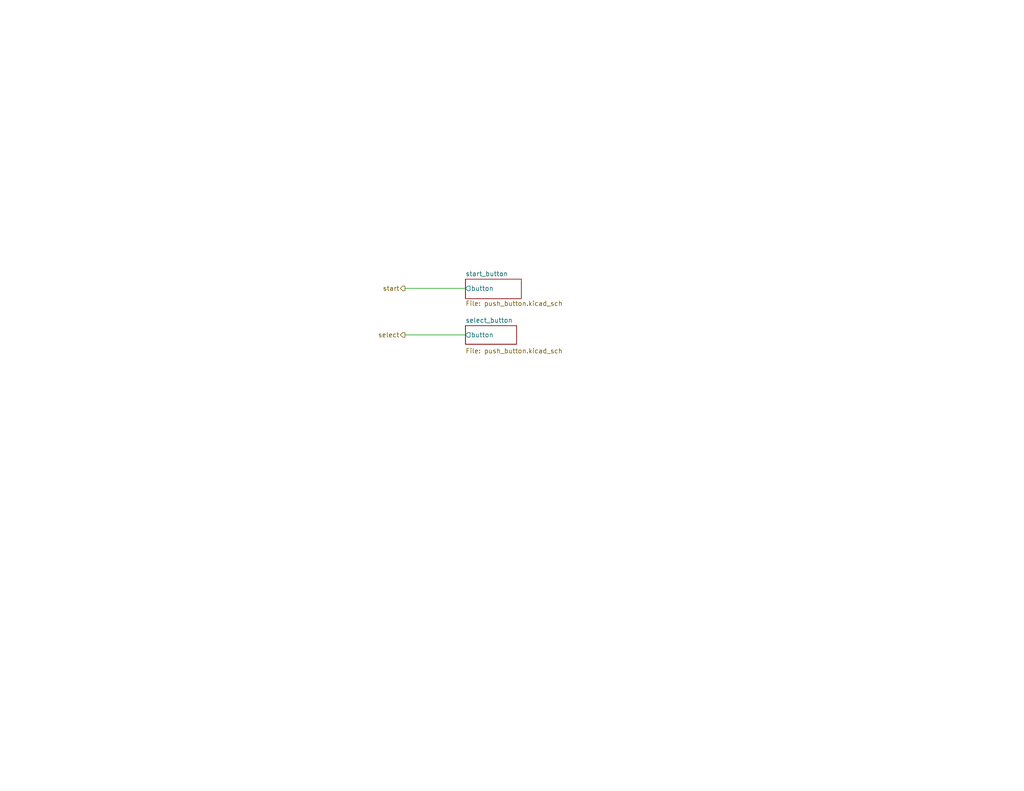
<source format=kicad_sch>
(kicad_sch
	(version 20250114)
	(generator "eeschema")
	(generator_version "9.0")
	(uuid "c080408d-04c4-4afe-8a68-c19c12055d17")
	(paper "USLetter")
	(lib_symbols)
	(wire
		(pts
			(xy 110.49 78.74) (xy 127 78.74)
		)
		(stroke
			(width 0)
			(type default)
		)
		(uuid "39b5661b-b005-4b98-8050-2b7fd983b87a")
	)
	(wire
		(pts
			(xy 110.49 91.44) (xy 127 91.44)
		)
		(stroke
			(width 0)
			(type default)
		)
		(uuid "6cd824c0-f70b-45b2-8f61-e4c52a029c20")
	)
	(hierarchical_label "start"
		(shape output)
		(at 110.49 78.74 180)
		(effects
			(font
				(size 1.27 1.27)
			)
			(justify right)
		)
		(uuid "1a87227f-c031-49a0-a60c-3c2b19cf8d87")
	)
	(hierarchical_label "select"
		(shape output)
		(at 110.49 91.44 180)
		(effects
			(font
				(size 1.27 1.27)
			)
			(justify right)
		)
		(uuid "aaf77254-140a-459b-8a9f-40e87edff074")
	)
	(sheet
		(at 127 88.9)
		(size 13.97 5.08)
		(exclude_from_sim no)
		(in_bom yes)
		(on_board yes)
		(dnp no)
		(fields_autoplaced yes)
		(stroke
			(width 0.1524)
			(type solid)
		)
		(fill
			(color 0 0 0 0.0000)
		)
		(uuid "229693f0-1268-4346-bffc-ce47073f375d")
		(property "Sheetname" "select_button"
			(at 127 88.1884 0)
			(effects
				(font
					(size 1.27 1.27)
				)
				(justify left bottom)
			)
		)
		(property "Sheetfile" "push_button.kicad_sch"
			(at 127 95.0726 0)
			(effects
				(font
					(size 1.27 1.27)
				)
				(justify left top)
			)
		)
		(property "Field2" ""
			(at 127 88.9 0)
			(effects
				(font
					(size 1.27 1.27)
				)
			)
		)
		(pin "button" output
			(at 127 91.44 180)
			(uuid "6ac49976-58f9-4a73-93d8-e980fcc4a839")
			(effects
				(font
					(size 1.27 1.27)
				)
				(justify left)
			)
		)
		(instances
			(project "maguro"
				(path "/64a35719-70ce-4bea-be36-7f0da599755f/42afdfe9-5454-4c8b-b3c3-c360e49c9a99"
					(page "14")
				)
			)
		)
	)
	(sheet
		(at 127 76.2)
		(size 15.24 5.334)
		(exclude_from_sim no)
		(in_bom yes)
		(on_board yes)
		(dnp no)
		(fields_autoplaced yes)
		(stroke
			(width 0.1524)
			(type solid)
		)
		(fill
			(color 0 0 0 0.0000)
		)
		(uuid "f3d5ee6f-94c7-4d28-a723-3d8663c1143f")
		(property "Sheetname" "start_button"
			(at 127 75.4884 0)
			(effects
				(font
					(size 1.27 1.27)
				)
				(justify left bottom)
			)
		)
		(property "Sheetfile" "push_button.kicad_sch"
			(at 127 82.1186 0)
			(effects
				(font
					(size 1.27 1.27)
				)
				(justify left top)
			)
		)
		(pin "button" output
			(at 127 78.74 180)
			(uuid "abef492f-6553-4c09-884e-b9eab724f298")
			(effects
				(font
					(size 1.27 1.27)
				)
				(justify left)
			)
		)
		(instances
			(project "maguro"
				(path "/64a35719-70ce-4bea-be36-7f0da599755f/42afdfe9-5454-4c8b-b3c3-c360e49c9a99"
					(page "13")
				)
			)
		)
	)
)

</source>
